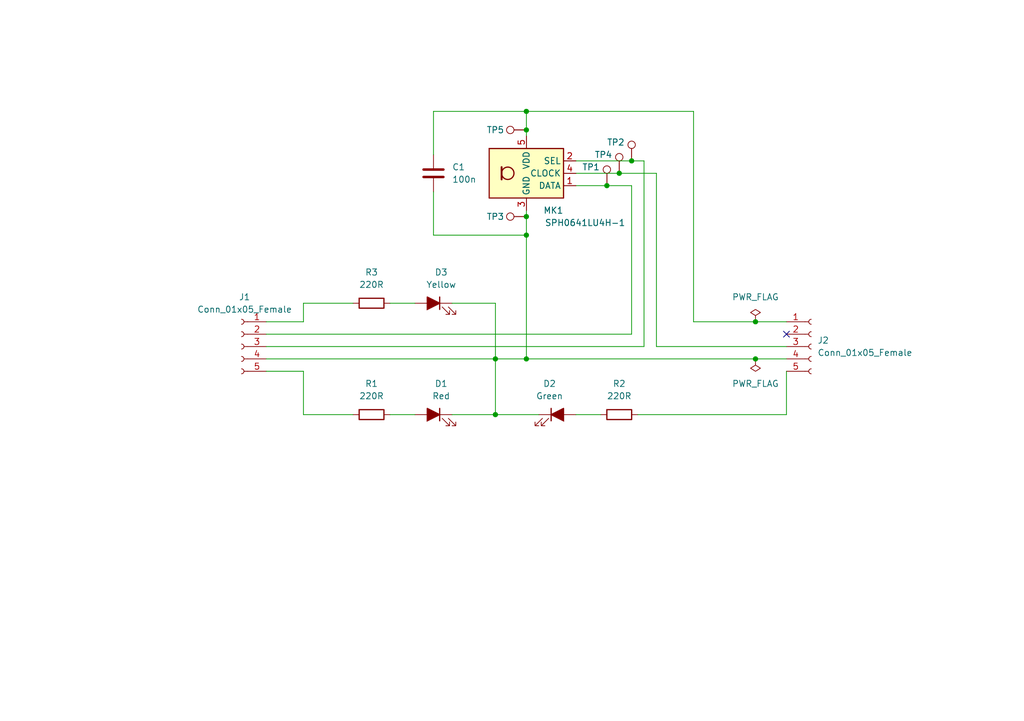
<source format=kicad_sch>
(kicad_sch (version 20211123) (generator eeschema)
  (paper "A5")
  (title_block (title "PDM microphone breakout for Raspberry Pi Pico") (date "2022-05-03") (rev "1.0"))
  (lib_symbols
    (symbol "Connector:Conn_01x05_Female" (pin_names (offset 1.016) hide)
      (property "Reference" "J" (at 0 7.62 0))
      (property "Value" "Conn_01x05_Female" (at 0 -7.62 0))
      (symbol "Conn_01x05_Female_1_1"
        (arc (start 0 -4.572) (mid -0.508 -5.08) (end 0 -5.588) (stroke (width 0.1524)))
        (arc (start 0 -2.032) (mid -0.508 -2.54) (end 0 -3.048) (stroke (width 0.1524)))
        (polyline (pts (xy -1.27 -5.08) (xy -0.508 -5.08)) (stroke (width 0.1524)))
        (polyline (pts (xy -1.27 -2.54) (xy -0.508 -2.54)) (stroke (width 0.1524)))
        (polyline (pts (xy -1.27 0) (xy -0.508 0)) (stroke (width 0.1524)))
        (polyline (pts (xy -1.27 2.54) (xy -0.508 2.54)) (stroke (width 0.1524)))
        (polyline (pts (xy -1.27 5.08) (xy -0.508 5.08)) (stroke (width 0.1524)))
        (arc (start 0 0.508) (mid -0.508 0) (end 0 -0.508) (stroke (width 0.1524)))
        (arc (start 0 3.048) (mid -0.508 2.54) (end 0 2.032) (stroke (width 0.1524)))
        (arc (start 0 5.588) (mid -0.508 5.08) (end 0 4.572) (stroke (width 0.1524)))
        (pin passive line (at -5.08 5.08 0) (length 3.81) (name "Pin_1") (number "1"))
        (pin passive line (at -5.08 2.54 0) (length 3.81) (name "Pin_2") (number "2"))
        (pin passive line (at -5.08 0 0) (length 3.81) (name "Pin_3") (number "3"))
        (pin passive line (at -5.08 -2.54 0) (length 3.81) (name "Pin_4") (number "4"))
        (pin passive line (at -5.08 -5.08 0) (length 3.81) (name "Pin_5") (number "5"))
      )
    )
    (symbol "Connector:TestPoint" (pin_numbers hide) (pin_names (offset 0.762) hide)
      (property "Reference" "TP" (at 0 6.858 0))
      (property "Value" "TestPoint" (at 0 5.08 0))
      (symbol "TestPoint_0_1"
        (circle (center 0 3.302) (radius 0.762))
      )
      (symbol "TestPoint_1_1"
        (pin passive line (at 0 0 90) (length 2.54) (name "1") (number "1"))
      )
    )
    (symbol "Device:C" (pin_numbers hide) (pin_names (offset 0.254))
      (property "Reference" "C" (at 0.635 2.54 0))
      (property "Value" "C" (at 0.635 -2.54 0))
      (symbol "C_0_1"
        (polyline (pts (xy -2.032 -0.762) (xy 2.032 -0.762)) (stroke (width 0.508)))
        (polyline (pts (xy -2.032 0.762) (xy 2.032 0.762)) (stroke (width 0.508)))
      )
      (symbol "C_1_1"
        (pin passive line (at 0 3.81 270) (length 2.794) (name "~") (number "1"))
        (pin passive line (at 0 -3.81 90) (length 2.794) (name "~") (number "2"))
      )
    )
    (symbol "Device:LED_Filled" (pin_numbers hide) (pin_names (offset 1.016) hide)
      (property "Reference" "D" (at 0 2.54 0))
      (property "Value" "LED_Filled" (at 0 -2.54 0))
      (symbol "LED_Filled_0_1"
        (polyline (pts (xy -1.27 -1.27) (xy -1.27 1.27)) (stroke (width 0.254)))
        (polyline (pts (xy -1.27 0) (xy 1.27 0)))
        (polyline (pts (xy 1.27 -1.27) (xy 1.27 1.27) (xy -1.27 0) (xy 1.27 -1.27)) (stroke (width 0.254)) (fill (type outline)))
        (polyline (pts (xy -3.048 -0.762) (xy -4.572 -2.286) (xy -3.81 -2.286) (xy -4.572 -2.286) (xy -4.572 -1.524)))
        (polyline (pts (xy -1.778 -0.762) (xy -3.302 -2.286) (xy -2.54 -2.286) (xy -3.302 -2.286) (xy -3.302 -1.524)))
      )
      (symbol "LED_Filled_1_1"
        (pin passive line (at -3.81 0 0) (length 2.54) (name "K") (number "1"))
        (pin passive line (at 3.81 0 180) (length 2.54) (name "A") (number "2"))
      )
    )
    (symbol "Device:R" (pin_numbers hide) (pin_names (offset 0))
      (property "Reference" "R" (at 2.032 0 90))
      (property "Value" "R" (at 0 0 90))
      (symbol "R_0_1"
        (rectangle (start -1.016 -2.54) (end 1.016 2.54) (stroke (width 0.254)))
      )
      (symbol "R_1_1"
        (pin passive line (at 0 3.81 270) (length 1.27) (name "~") (number "1"))
        (pin passive line (at 0 -3.81 90) (length 1.27) (name "~") (number "2"))
      )
    )
    (symbol "Sensor_Audio:SPH0641LU4H-1"
      (property "Reference" "MK" (at 5.08 6.35 0))
      (property "Value" "SPH0641LU4H-1" (at 8.89 -6.35 0))
      (symbol "SPH0641LU4H-1_1_1"
        (rectangle (start -7.62 5.08) (end 7.62 -5.08) (stroke (width 0.254)) (fill (type background)))
        (circle (center -3.81 0) (radius 1.27) (stroke (width 0.254)))
        (polyline (pts (xy -5.08 1.27) (xy -5.08 -1.27)) (stroke (width 0.381)))
        (pin output line (at 10.16 -2.54 180) (length 2.54) (name "DATA") (number "1"))
        (pin input line (at 10.16 2.54 180) (length 2.54) (name "SEL") (number "2"))
        (pin power_in line (at 0 -7.62 90) (length 2.54) (name "GND") (number "3"))
        (pin input line (at 10.16 0 180) (length 2.54) (name "CLOCK") (number "4"))
        (pin power_in line (at 0 7.62 270) (length 2.54) (name "VDD") (number "5"))
      )
    )
    (symbol "power:PWR_FLAG" (power) (pin_numbers hide) (pin_names (offset 0) hide)
      (property "Value" "PWR_FLAG" (at 0 3.81 0))
      (symbol "PWR_FLAG_0_0"
        (pin power_out line (at 0 0 90) (length 0) (name "pwr") (number "1"))
      )
      (symbol "PWR_FLAG_0_1"
        (polyline (pts (xy 0 0) (xy 0 1.27) (xy -1.016 1.905) (xy 0 2.54) (xy 1.016 1.905) (xy 0 1.27)))
      )
    )
  )
  (junction (at 107.95 26.67))
  (junction (at 154.94 73.66))
  (junction (at 101.6 85.09))
  (junction (at 107.95 48.26))
  (junction (at 107.95 73.66))
  (junction (at 154.94 66.04))
  (junction (at 101.6 73.66))
  (junction (at 107.95 44.45))
  (junction (at 124.46 38.1))
  (junction (at 129.54 33.02))
  (junction (at 107.95 22.86))
  (junction (at 127 35.56))
  (no_connect (at 161.29 68.58))
  (wire (pts (xy 142.24 66.04) (xy 154.94 66.04)))
  (wire (pts (xy 118.11 35.56) (xy 127 35.56)))
  (wire (pts (xy 80.01 62.23) (xy 85.09 62.23)))
  (wire (pts (xy 130.81 85.09) (xy 161.29 85.09)))
  (wire (pts (xy 107.95 48.26) (xy 107.95 73.66)))
  (wire (pts (xy 134.62 35.56) (xy 134.62 71.12)))
  (wire (pts (xy 118.11 33.02) (xy 129.54 33.02)))
  (wire (pts (xy 129.54 33.02) (xy 132.08 33.02)))
  (wire (pts (xy 118.11 85.09) (xy 123.19 85.09)))
  (wire (pts (xy 54.61 76.2) (xy 62.23 76.2)))
  (wire (pts (xy 88.9 48.26) (xy 107.95 48.26)))
  (wire (pts (xy 101.6 73.66) (xy 107.95 73.66)))
  (wire (pts (xy 101.6 73.66) (xy 101.6 85.09)))
  (wire (pts (xy 142.24 22.86) (xy 142.24 66.04)))
  (wire (pts (xy 101.6 85.09) (xy 110.49 85.09)))
  (wire (pts (xy 101.6 62.23) (xy 101.6 73.66)))
  (wire (pts (xy 124.46 38.1) (xy 129.54 38.1)))
  (wire (pts (xy 62.23 66.04) (xy 62.23 62.23)))
  (wire (pts (xy 54.61 71.12) (xy 132.08 71.12)))
  (wire (pts (xy 54.61 68.58) (xy 129.54 68.58)))
  (wire (pts (xy 107.95 26.67) (xy 107.95 27.94)))
  (wire (pts (xy 62.23 85.09) (xy 72.39 85.09)))
  (wire (pts (xy 88.9 22.86) (xy 107.95 22.86)))
  (wire (pts (xy 154.94 66.04) (xy 161.29 66.04)))
  (wire (pts (xy 54.61 73.66) (xy 101.6 73.66)))
  (wire (pts (xy 118.11 38.1) (xy 124.46 38.1)))
  (wire (pts (xy 62.23 76.2) (xy 62.23 85.09)))
  (wire (pts (xy 88.9 31.75) (xy 88.9 22.86)))
  (wire (pts (xy 132.08 33.02) (xy 132.08 71.12)))
  (wire (pts (xy 129.54 38.1) (xy 129.54 68.58)))
  (wire (pts (xy 161.29 85.09) (xy 161.29 76.2)))
  (wire (pts (xy 107.95 44.45) (xy 107.95 48.26)))
  (wire (pts (xy 88.9 39.37) (xy 88.9 48.26)))
  (wire (pts (xy 54.61 66.04) (xy 62.23 66.04)))
  (wire (pts (xy 92.71 62.23) (xy 101.6 62.23)))
  (wire (pts (xy 80.01 85.09) (xy 85.09 85.09)))
  (wire (pts (xy 107.95 22.86) (xy 142.24 22.86)))
  (wire (pts (xy 92.71 85.09) (xy 101.6 85.09)))
  (wire (pts (xy 154.94 73.66) (xy 161.29 73.66)))
  (wire (pts (xy 134.62 71.12) (xy 161.29 71.12)))
  (wire (pts (xy 127 35.56) (xy 134.62 35.56)))
  (wire (pts (xy 107.95 43.18) (xy 107.95 44.45)))
  (wire (pts (xy 107.95 22.86) (xy 107.95 26.67)))
  (wire (pts (xy 62.23 62.23) (xy 72.39 62.23)))
  (wire (pts (xy 107.95 73.66) (xy 154.94 73.66)))
  (symbol (lib_id "Device:LED_Filled") (at 88.9 62.23 0) (mirror y) (unit 1)
    (property "Reference" "D3" (at 90.4875 55.88 0))
    (property "Value" "Yellow" (at 90.4875 58.42 0))
    (property "Footprint" "LED_SMD:LED_0603_1608Metric" (effects hide))
  )
  (symbol (lib_id "power:PWR_FLAG") (at 154.94 73.66 0) (mirror x) (unit 1)
    (property "Reference" "#FLG0101" (effects hide))
    (property "Value" "PWR_FLAG" (at 154.94 78.74 0))
  )
  (symbol (lib_id "Device:R") (at 76.2 85.09 270) (unit 1)
    (property "Reference" "R1" (at 76.2 78.74 90))
    (property "Value" "220R" (at 76.2 81.28 90))
    (property "Footprint" "Resistor_SMD:R_0603_1608Metric" (effects hide))
  )
  (symbol (lib_id "Device:R") (at 76.2 62.23 270) (unit 1)
    (property "Reference" "R3" (at 76.2 55.88 90))
    (property "Value" "220R" (at 76.2 58.42 90))
    (property "Footprint" "Resistor_SMD:R_0603_1608Metric" (effects hide))
  )
  (symbol (lib_id "Connector:TestPoint") (at 127 35.56 0) (unit 1)
    (property "Reference" "TP4" (at 121.92 31.75 0) (effects (justify left)))
    (property "Value" "TestPoint" (effects hide))
    (property "Footprint" "Connector_Wire:SolderWire-0.1sqmm_1x01_D0.4mm_OD1mm" (effects hide))
  )
  (symbol (lib_id "Connector:TestPoint") (at 124.46 38.1 0) (unit 1)
    (property "Reference" "TP1" (at 119.38 34.29 0) (effects (justify left)))
    (property "Value" "TestPoint" (effects hide))
    (property "Footprint" "Connector_Wire:SolderWire-0.1sqmm_1x01_D0.4mm_OD1mm" (effects hide))
  )
  (symbol (lib_id "Connector:TestPoint") (at 107.95 44.45 90) (unit 1)
    (property "Reference" "TP3" (at 101.6 44.45 90))
    (property "Value" "TestPoint" (effects hide))
    (property "Footprint" "Connector_Wire:SolderWire-0.1sqmm_1x01_D0.4mm_OD1mm" (effects hide))
  )
  (symbol (lib_id "Device:R") (at 127 85.09 270) (unit 1)
    (property "Reference" "R2" (at 127 78.74 90))
    (property "Value" "220R" (at 127 81.28 90))
    (property "Footprint" "Resistor_SMD:R_0603_1608Metric" (effects hide))
  )
  (symbol (lib_id "Connector:Conn_01x05_Female") (at 49.53 71.12 0) (mirror y) (unit 1)
    (property "Reference" "J1" (at 50.165 60.96 0))
    (property "Value" "Conn_01x05_Female" (at 50.165 63.5 0))
    (property "Footprint" "Connector_PinSocket_2.54mm:PinSocket_1x05_P2.54mm_Vertical" (effects hide))
  )
  (symbol (lib_id "Sensor_Audio:SPH0641LU4H-1") (at 107.95 35.56 0) (unit 1)
    (property "Reference" "MK1" (at 115.57 43.18 0) (effects (justify right)))
    (property "Value" "SPH0641LU4H-1" (at 128.27 45.72 0) (effects (justify right)))
    (property "Footprint" "Sensor_Audio:Knowles_LGA-5_3.5x2.65mm" (effects hide))
    (property "Datasheet" "https://www.knowles.com/docs/default-source/model-downloads/sph0641lu4h-1-revb.pdf" (effects hide))
  )
  (symbol (lib_id "Connector:TestPoint") (at 129.54 33.02 0) (unit 1)
    (property "Reference" "TP2" (at 124.46 29.21 0) (effects (justify left)))
    (property "Value" "TestPoint" (effects hide))
    (property "Footprint" "Connector_Wire:SolderWire-0.1sqmm_1x01_D0.4mm_OD1mm" (effects hide))
  )
  (symbol (lib_id "Connector:Conn_01x05_Female") (at 166.37 71.12 0) (unit 1)
    (property "Reference" "J2" (at 167.64 69.8499 0) (effects (justify left)))
    (property "Value" "Conn_01x05_Female" (at 167.64 72.3899 0) (effects (justify left)))
    (property "Footprint" "Connector_PinSocket_2.54mm:PinSocket_1x05_P2.54mm_Vertical" (effects hide))
  )
  (symbol (lib_id "Device:LED_Filled") (at 114.3 85.09 0) (unit 1)
    (property "Reference" "D2" (at 112.7125 78.74 0))
    (property "Value" "Green" (at 112.7125 81.28 0))
    (property "Footprint" "LED_SMD:LED_0603_1608Metric" (effects hide))
  )
  (symbol (lib_id "power:PWR_FLAG") (at 154.94 66.04 0) (unit 1)
    (property "Reference" "#FLG0102" (effects hide))
    (property "Value" "PWR_FLAG" (at 154.94 60.96 0))
  )
  (symbol (lib_id "Device:C") (at 88.9 35.56 0) (unit 1)
    (property "Reference" "C1" (at 92.71 34.2899 0) (effects (justify left)))
    (property "Value" "100n" (at 92.71 36.8299 0) (effects (justify left)))
    (property "Footprint" "Capacitor_SMD:C_1206_3216Metric" (effects hide))
  )
  (symbol (lib_id "Connector:TestPoint") (at 107.95 26.67 90) (unit 1)
    (property "Reference" "TP5" (at 101.6 26.67 90))
    (property "Value" "TestPoint" (effects hide))
    (property "Footprint" "Connector_Wire:SolderWire-0.1sqmm_1x01_D0.4mm_OD1mm" (effects hide))
  )
  (symbol (lib_id "Device:LED_Filled") (at 88.9 85.09 0) (mirror y) (unit 1)
    (property "Reference" "D1" (at 90.4875 78.74 0))
    (property "Value" "Red" (at 90.4875 81.28 0))
    (property "Footprint" "LED_SMD:LED_0603_1608Metric" (effects hide))
  )
)
</source>
